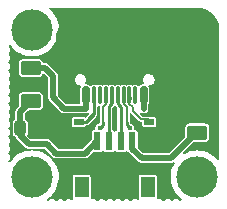
<source format=gtl>
G04 #@! TF.GenerationSoftware,KiCad,Pcbnew,(5.99.0-8748-g0125986588)*
G04 #@! TF.CreationDate,2021-05-21T22:54:23+03:00*
G04 #@! TF.ProjectId,Unified-Daughterboard,556e6966-6965-4642-9d44-617567687465,C3*
G04 #@! TF.SameCoordinates,Original*
G04 #@! TF.FileFunction,Copper,L1,Top*
G04 #@! TF.FilePolarity,Positive*
%FSLAX46Y46*%
G04 Gerber Fmt 4.6, Leading zero omitted, Abs format (unit mm)*
G04 Created by KiCad (PCBNEW (5.99.0-8748-g0125986588)) date 2021-05-21 22:54:23*
%MOMM*%
%LPD*%
G01*
G04 APERTURE LIST*
G04 Aperture macros list*
%AMRoundRect*
0 Rectangle with rounded corners*
0 $1 Rounding radius*
0 $2 $3 $4 $5 $6 $7 $8 $9 X,Y pos of 4 corners*
0 Add a 4 corners polygon primitive as box body*
4,1,4,$2,$3,$4,$5,$6,$7,$8,$9,$2,$3,0*
0 Add four circle primitives for the rounded corners*
1,1,$1+$1,$2,$3*
1,1,$1+$1,$4,$5*
1,1,$1+$1,$6,$7*
1,1,$1+$1,$8,$9*
0 Add four rect primitives between the rounded corners*
20,1,$1+$1,$2,$3,$4,$5,0*
20,1,$1+$1,$4,$5,$6,$7,0*
20,1,$1+$1,$6,$7,$8,$9,0*
20,1,$1+$1,$8,$9,$2,$3,0*%
G04 Aperture macros list end*
G04 #@! TA.AperFunction,SMDPad,CuDef*
%ADD10RoundRect,0.125000X0.000000X-0.150000X0.000000X-0.150000X0.000000X0.150000X0.000000X0.150000X0*%
G04 #@! TD*
G04 #@! TA.AperFunction,SMDPad,CuDef*
%ADD11R,0.250000X0.550000*%
G04 #@! TD*
G04 #@! TA.AperFunction,SMDPad,CuDef*
%ADD12R,0.300000X0.550000*%
G04 #@! TD*
G04 #@! TA.AperFunction,SMDPad,CuDef*
%ADD13RoundRect,0.250000X0.625000X-0.375000X0.625000X0.375000X-0.625000X0.375000X-0.625000X-0.375000X0*%
G04 #@! TD*
G04 #@! TA.AperFunction,SMDPad,CuDef*
%ADD14R,0.900000X0.500000*%
G04 #@! TD*
G04 #@! TA.AperFunction,SMDPad,CuDef*
%ADD15RoundRect,0.250000X-0.625000X0.375000X-0.625000X-0.375000X0.625000X-0.375000X0.625000X0.375000X0*%
G04 #@! TD*
G04 #@! TA.AperFunction,SMDPad,CuDef*
%ADD16RoundRect,0.250000X0.250000X0.350000X-0.250000X0.350000X-0.250000X-0.350000X0.250000X-0.350000X0*%
G04 #@! TD*
G04 #@! TA.AperFunction,ComponentPad*
%ADD17O,1.100000X2.200000*%
G04 #@! TD*
G04 #@! TA.AperFunction,ComponentPad*
%ADD18O,1.300000X1.900000*%
G04 #@! TD*
G04 #@! TA.AperFunction,SMDPad,CuDef*
%ADD19RoundRect,0.150000X0.150000X0.575000X-0.150000X0.575000X-0.150000X-0.575000X0.150000X-0.575000X0*%
G04 #@! TD*
G04 #@! TA.AperFunction,SMDPad,CuDef*
%ADD20RoundRect,0.075000X0.075000X0.650000X-0.075000X0.650000X-0.075000X-0.650000X0.075000X-0.650000X0*%
G04 #@! TD*
G04 #@! TA.AperFunction,WasherPad*
%ADD21C,3.500001*%
G04 #@! TD*
G04 #@! TA.AperFunction,ComponentPad*
%ADD22C,3.500001*%
G04 #@! TD*
G04 #@! TA.AperFunction,SMDPad,CuDef*
%ADD23R,0.600000X1.550000*%
G04 #@! TD*
G04 #@! TA.AperFunction,SMDPad,CuDef*
%ADD24R,1.200000X1.800000*%
G04 #@! TD*
G04 #@! TA.AperFunction,ViaPad*
%ADD25C,0.450000*%
G04 #@! TD*
G04 #@! TA.AperFunction,ViaPad*
%ADD26C,0.508000*%
G04 #@! TD*
G04 #@! TA.AperFunction,Conductor*
%ADD27C,0.508000*%
G04 #@! TD*
G04 #@! TA.AperFunction,Conductor*
%ADD28C,0.254000*%
G04 #@! TD*
G04 #@! TA.AperFunction,Conductor*
%ADD29C,0.152400*%
G04 #@! TD*
G04 APERTURE END LIST*
D10*
X74002500Y-66411400D03*
D11*
X74502500Y-66411400D03*
D12*
X75002500Y-66411400D03*
D11*
X75502500Y-66411400D03*
X76002500Y-66411400D03*
X74502500Y-65641400D03*
X76002500Y-65641400D03*
X75502500Y-65641400D03*
X74002500Y-65641400D03*
D12*
X75002500Y-65641400D03*
D13*
X81987500Y-64474000D03*
X81987500Y-67274000D03*
D14*
X71954500Y-66379000D03*
X71954500Y-67879000D03*
D15*
X67890500Y-64607000D03*
X67890500Y-61807000D03*
D16*
X70302500Y-66890000D03*
X67002500Y-66890000D03*
D17*
X70702500Y-63343000D03*
D18*
X70702500Y-59143000D03*
X79302500Y-59143000D03*
D19*
X78252500Y-64118000D03*
D20*
X76752500Y-64118000D03*
X76252500Y-64118000D03*
X75752500Y-64118000D03*
X75256500Y-64118000D03*
X73252500Y-64118000D03*
X73752500Y-64118000D03*
X74252500Y-64118000D03*
X74752500Y-64118000D03*
D17*
X79302500Y-63343000D03*
D19*
X77452500Y-64118000D03*
X71752500Y-64118000D03*
X72552500Y-64118000D03*
D21*
X68004500Y-58543000D03*
D22*
X82004500Y-58543000D03*
D21*
X68004500Y-71043000D03*
X82004500Y-71043000D03*
D23*
X75504500Y-68018000D03*
X76504500Y-68018000D03*
X74504500Y-68018000D03*
X73504500Y-68018000D03*
D24*
X72204500Y-71893000D03*
X77804500Y-71893000D03*
D14*
X77923500Y-67879000D03*
X77923500Y-66379000D03*
D25*
X75002500Y-66026400D03*
X73732500Y-66890000D03*
D26*
X75502500Y-68016000D03*
D25*
X76272500Y-66890000D03*
D26*
X74504500Y-68018000D03*
X72552500Y-65239000D03*
X77452500Y-65239000D03*
D27*
X76504500Y-68018000D02*
X76504500Y-68646000D01*
X76504500Y-68646000D02*
X77288500Y-69430000D01*
X77288500Y-69430000D02*
X79755300Y-69430000D01*
X79755300Y-69430000D02*
X81987500Y-67197800D01*
X68596000Y-68215500D02*
X69231000Y-68215500D01*
X68074000Y-68215500D02*
X68596000Y-68215500D01*
X67002500Y-67511000D02*
X67707000Y-68215500D01*
X67707000Y-68215500D02*
X68596000Y-68215500D01*
X67002500Y-66890000D02*
X67002500Y-67511000D01*
X67002500Y-66890000D02*
X67002500Y-65495000D01*
X67002500Y-65495000D02*
X67890500Y-64607000D01*
X69231000Y-68215500D02*
X70064500Y-69049000D01*
X70064500Y-69049000D02*
X72473500Y-69049000D01*
X71105900Y-69049000D02*
X72473500Y-69049000D01*
X71105900Y-69049000D02*
X70369300Y-69049000D01*
X73504500Y-68018000D02*
X73504500Y-68018000D01*
X73504500Y-67814000D02*
X73504500Y-68018000D01*
X72473500Y-69049000D02*
X73504500Y-68018000D01*
X67129500Y-65368000D02*
X67890500Y-64607000D01*
X79324500Y-59143000D02*
X79324500Y-59283000D01*
D28*
X76254500Y-64389000D02*
X76231501Y-64411999D01*
X76254500Y-64238000D02*
X76254500Y-64389000D01*
D29*
X76526500Y-65114445D02*
X76252500Y-64840445D01*
X76526500Y-65404800D02*
X76526500Y-65114445D01*
X77923500Y-66140000D02*
X77261700Y-66140000D01*
X76252500Y-64840445D02*
X76252500Y-63568000D01*
X77261700Y-66140000D02*
X76526500Y-65404800D01*
D28*
X75504500Y-68018000D02*
X75504500Y-68018000D01*
D29*
X74252500Y-64838828D02*
X74252500Y-63568000D01*
X74002500Y-65088828D02*
X74252500Y-64838828D01*
X74002500Y-66411400D02*
X74002500Y-65088828D01*
X75502500Y-66411400D02*
X75502500Y-65088828D01*
D28*
X74002500Y-66620000D02*
X73732500Y-66890000D01*
X74002500Y-66411400D02*
X74002500Y-66620000D01*
X75502500Y-66890000D02*
X75502500Y-65641400D01*
X75502500Y-66890000D02*
X75502500Y-65088828D01*
X75256500Y-64842828D02*
X75502500Y-65088828D01*
X75256500Y-63568000D02*
X75256500Y-64842828D01*
X75502500Y-66890000D02*
X75502500Y-66411400D01*
X75502500Y-68016000D02*
X75504500Y-68018000D01*
X75502500Y-66890000D02*
X75502500Y-68016000D01*
X73252500Y-65704000D02*
X72577500Y-66379000D01*
X72577500Y-66379000D02*
X71954500Y-66379000D01*
X73252500Y-63568000D02*
X73252500Y-65704000D01*
D29*
X73252500Y-63568000D02*
X73252500Y-65595000D01*
X72834500Y-66013000D02*
X73252500Y-65595000D01*
X74502500Y-66411400D02*
X74502500Y-65088828D01*
X75752500Y-64838828D02*
X75752500Y-63568000D01*
X76002500Y-65088828D02*
X75752500Y-64838828D01*
X76002500Y-66411400D02*
X76002500Y-65088828D01*
D28*
X76002500Y-66620000D02*
X76272500Y-66890000D01*
X76002500Y-66411400D02*
X76002500Y-66620000D01*
X74502500Y-66890000D02*
X74502500Y-65088828D01*
X74752500Y-64807432D02*
X74752500Y-63568000D01*
X74502500Y-65057432D02*
X74752500Y-64807432D01*
X74502500Y-65088828D02*
X74502500Y-65057432D01*
X74502500Y-66890000D02*
X74502500Y-66411400D01*
X74504500Y-66892000D02*
X74502500Y-66890000D01*
X74504500Y-68018000D02*
X74504500Y-66892000D01*
D27*
X69771490Y-64278636D02*
X69771490Y-62454010D01*
X67890500Y-61807000D02*
X69124480Y-61807000D01*
X69124480Y-61807000D02*
X69771490Y-62454010D01*
X72552500Y-65239000D02*
X70731854Y-65239000D01*
X70731854Y-65239000D02*
X69771490Y-64278636D01*
X77452500Y-63568000D02*
X77452500Y-64895480D01*
X72552500Y-63568000D02*
X72552500Y-64895480D01*
X72552500Y-64895480D02*
X72552500Y-65239000D01*
X77452500Y-64895480D02*
X77452500Y-65239000D01*
X68004500Y-71043000D02*
X68004500Y-70950000D01*
G04 #@! TA.AperFunction,Conductor*
G36*
X81977046Y-56698329D02*
G01*
X81982976Y-56700034D01*
X81987899Y-56700124D01*
X81987901Y-56700124D01*
X82089488Y-56701974D01*
X82093484Y-56702154D01*
X82163863Y-56707188D01*
X82169200Y-56707761D01*
X82280822Y-56723810D01*
X82363537Y-56735702D01*
X82368806Y-56736654D01*
X82382111Y-56739548D01*
X82423498Y-56748552D01*
X82428698Y-56749879D01*
X82617070Y-56805189D01*
X82622164Y-56806884D01*
X82674614Y-56826447D01*
X82679573Y-56828502D01*
X82858167Y-56910063D01*
X82862968Y-56912466D01*
X82912063Y-56939274D01*
X82916679Y-56942013D01*
X83081853Y-57048163D01*
X83086263Y-57051225D01*
X83131077Y-57084773D01*
X83135256Y-57088140D01*
X83283626Y-57216702D01*
X83287555Y-57220361D01*
X83327148Y-57259954D01*
X83330806Y-57263883D01*
X83459354Y-57412236D01*
X83462722Y-57416415D01*
X83496277Y-57461238D01*
X83499339Y-57465648D01*
X83605475Y-57630800D01*
X83608214Y-57635416D01*
X83635037Y-57684538D01*
X83637440Y-57689339D01*
X83718998Y-57867928D01*
X83721053Y-57872887D01*
X83740613Y-57925329D01*
X83742308Y-57930423D01*
X83797622Y-58118804D01*
X83798949Y-58124004D01*
X83810848Y-58178704D01*
X83811799Y-58183969D01*
X83839739Y-58378300D01*
X83840312Y-58383637D01*
X83845346Y-58454016D01*
X83845526Y-58458012D01*
X83847362Y-58558792D01*
X83847466Y-58564525D01*
X83849171Y-58570453D01*
X83852100Y-58591236D01*
X83852100Y-69524031D01*
X83834507Y-69572369D01*
X83789958Y-69598089D01*
X83739300Y-69589156D01*
X83720840Y-69574154D01*
X83589852Y-69427652D01*
X83589851Y-69427651D01*
X83588188Y-69425791D01*
X83578903Y-69417833D01*
X83362285Y-69232169D01*
X83362283Y-69232168D01*
X83360390Y-69230545D01*
X83358299Y-69229187D01*
X83110859Y-69068497D01*
X83110852Y-69068493D01*
X83108770Y-69067141D01*
X83106521Y-69066073D01*
X82839998Y-68939518D01*
X82839993Y-68939516D01*
X82837750Y-68938451D01*
X82835384Y-68937691D01*
X82835378Y-68937689D01*
X82554474Y-68847501D01*
X82554468Y-68847500D01*
X82552090Y-68846736D01*
X82549628Y-68846293D01*
X82549624Y-68846292D01*
X82259275Y-68794049D01*
X82259267Y-68794048D01*
X82256810Y-68793606D01*
X81957097Y-68779996D01*
X81732702Y-68799628D01*
X81660707Y-68805927D01*
X81660705Y-68805927D01*
X81658217Y-68806145D01*
X81365420Y-68871593D01*
X81193721Y-68934766D01*
X81086186Y-68974331D01*
X81086183Y-68974332D01*
X81083852Y-68975190D01*
X81081654Y-68976349D01*
X81081641Y-68976355D01*
X80892725Y-69075959D01*
X80841761Y-69082941D01*
X80798233Y-69055530D01*
X80782508Y-69006552D01*
X80804479Y-68956265D01*
X81686817Y-68073926D01*
X81733437Y-68052186D01*
X81739991Y-68051900D01*
X82644069Y-68051900D01*
X82646985Y-68051438D01*
X82646987Y-68051438D01*
X82732701Y-68037862D01*
X82738548Y-68036936D01*
X82852258Y-67978998D01*
X82942498Y-67888758D01*
X82945589Y-67882693D01*
X82983340Y-67808600D01*
X83000436Y-67775048D01*
X83012639Y-67697999D01*
X83014938Y-67683487D01*
X83014938Y-67683485D01*
X83015400Y-67680569D01*
X83015400Y-66867431D01*
X83009473Y-66830006D01*
X83002531Y-66786179D01*
X83000436Y-66772952D01*
X82958184Y-66690027D01*
X82945187Y-66664519D01*
X82945186Y-66664518D01*
X82942498Y-66659242D01*
X82852258Y-66569002D01*
X82839592Y-66562548D01*
X82789635Y-66537094D01*
X82738548Y-66511064D01*
X82694339Y-66504062D01*
X82646987Y-66496562D01*
X82646985Y-66496562D01*
X82644069Y-66496100D01*
X81330931Y-66496100D01*
X81328015Y-66496562D01*
X81328013Y-66496562D01*
X81280661Y-66504062D01*
X81236452Y-66511064D01*
X81185365Y-66537094D01*
X81135409Y-66562548D01*
X81122742Y-66569002D01*
X81032502Y-66659242D01*
X81029814Y-66664518D01*
X81029813Y-66664519D01*
X81016816Y-66690027D01*
X80974564Y-66772952D01*
X80972469Y-66786179D01*
X80965528Y-66830006D01*
X80959600Y-66867431D01*
X80959600Y-67619109D01*
X80942007Y-67667447D01*
X80937574Y-67672283D01*
X79608782Y-69001074D01*
X79562162Y-69022814D01*
X79555608Y-69023100D01*
X77488191Y-69023100D01*
X77439853Y-69005507D01*
X77435017Y-69001074D01*
X76984426Y-68550482D01*
X76962686Y-68503862D01*
X76962400Y-68497308D01*
X76962400Y-67243000D01*
X76961238Y-67237154D01*
X76951826Y-67189839D01*
X76950381Y-67182574D01*
X76916152Y-67131348D01*
X76864926Y-67097119D01*
X76853336Y-67094814D01*
X76808127Y-67085821D01*
X76808123Y-67085821D01*
X76804500Y-67085100D01*
X76710997Y-67085100D01*
X76662659Y-67067507D01*
X76636939Y-67022958D01*
X76637021Y-66996389D01*
X76654769Y-66899213D01*
X76654769Y-66899210D01*
X76655353Y-66896014D01*
X76655400Y-66890000D01*
X76642207Y-66810736D01*
X76635777Y-66772104D01*
X76635776Y-66772102D01*
X76634756Y-66765972D01*
X76599514Y-66700657D01*
X76578001Y-66660787D01*
X76575050Y-66655318D01*
X76482721Y-66569969D01*
X76367723Y-66519130D01*
X76361532Y-66518594D01*
X76361529Y-66518593D01*
X76354111Y-66517950D01*
X76307472Y-66496252D01*
X76285692Y-66449650D01*
X76285400Y-66443031D01*
X76285400Y-66136400D01*
X76284664Y-66132697D01*
X76274826Y-66083239D01*
X76273381Y-66075974D01*
X76268173Y-66068180D01*
X76267573Y-66065728D01*
X76266431Y-66062971D01*
X76266855Y-66062795D01*
X76255946Y-66018215D01*
X76268173Y-65984620D01*
X76269266Y-65982984D01*
X76273381Y-65976826D01*
X76281371Y-65936658D01*
X76284679Y-65920027D01*
X76284679Y-65920023D01*
X76285400Y-65916400D01*
X76285400Y-65669245D01*
X76302993Y-65620907D01*
X76347542Y-65595187D01*
X76398200Y-65604120D01*
X76413774Y-65616071D01*
X77095614Y-66297911D01*
X77098325Y-66300766D01*
X77124099Y-66329391D01*
X77146698Y-66339453D01*
X77157059Y-66345079D01*
X77171175Y-66354246D01*
X77171179Y-66354248D01*
X77177806Y-66358551D01*
X77186324Y-66359900D01*
X77205149Y-66365476D01*
X77213028Y-66368984D01*
X77214132Y-66369100D01*
X77238493Y-66369100D01*
X77250255Y-66370026D01*
X77252162Y-66370328D01*
X77297153Y-66395265D01*
X77315600Y-66444602D01*
X77315600Y-66629000D01*
X77316321Y-66632623D01*
X77316321Y-66632627D01*
X77322015Y-66661252D01*
X77327619Y-66689426D01*
X77361848Y-66740652D01*
X77413074Y-66774881D01*
X77420339Y-66776326D01*
X77469873Y-66786179D01*
X77469877Y-66786179D01*
X77473500Y-66786900D01*
X78373500Y-66786900D01*
X78377123Y-66786179D01*
X78377127Y-66786179D01*
X78426661Y-66776326D01*
X78433926Y-66774881D01*
X78485152Y-66740652D01*
X78519381Y-66689426D01*
X78524985Y-66661252D01*
X78530679Y-66632627D01*
X78530679Y-66632623D01*
X78531400Y-66629000D01*
X78531400Y-66129000D01*
X78529949Y-66121701D01*
X78520826Y-66075839D01*
X78519381Y-66068574D01*
X78485152Y-66017348D01*
X78433926Y-65983119D01*
X78422336Y-65980814D01*
X78377127Y-65971821D01*
X78377123Y-65971821D01*
X78373500Y-65971100D01*
X78110942Y-65971100D01*
X78066740Y-65956737D01*
X78066389Y-65956482D01*
X78061101Y-65950609D01*
X77972172Y-65911016D01*
X77971068Y-65910900D01*
X77387744Y-65910900D01*
X77339406Y-65893307D01*
X77334570Y-65888874D01*
X77153723Y-65708027D01*
X77131983Y-65661407D01*
X77145297Y-65611720D01*
X77187434Y-65582215D01*
X77241037Y-65587849D01*
X77305918Y-65620907D01*
X77325216Y-65630740D01*
X77452500Y-65650900D01*
X77579784Y-65630740D01*
X77675020Y-65582215D01*
X77689332Y-65574923D01*
X77689333Y-65574922D01*
X77694609Y-65572234D01*
X77785734Y-65481109D01*
X77791377Y-65470035D01*
X77834609Y-65385186D01*
X77844240Y-65366284D01*
X77859400Y-65270568D01*
X77864400Y-65239000D01*
X77860326Y-65213278D01*
X77859400Y-65201514D01*
X77859400Y-64880582D01*
X77871782Y-64843846D01*
X77870247Y-64843074D01*
X77873366Y-64836872D01*
X77877569Y-64831345D01*
X77905400Y-64735239D01*
X77905400Y-63516154D01*
X77889756Y-63432157D01*
X77869395Y-63399124D01*
X77860916Y-63385369D01*
X77850529Y-63334989D01*
X77874956Y-63289719D01*
X77926309Y-63270723D01*
X77946824Y-63271099D01*
X77946826Y-63271099D01*
X77952187Y-63271197D01*
X77957358Y-63269787D01*
X77957360Y-63269787D01*
X78063606Y-63240821D01*
X78084283Y-63235184D01*
X78200961Y-63163543D01*
X78204553Y-63159575D01*
X78204555Y-63159573D01*
X78289247Y-63066006D01*
X78289248Y-63066005D01*
X78292842Y-63062034D01*
X78300038Y-63047183D01*
X78350203Y-62943641D01*
X78352540Y-62938818D01*
X78375256Y-62803798D01*
X78375311Y-62799346D01*
X78375365Y-62794901D01*
X78375365Y-62794896D01*
X78375400Y-62792000D01*
X78373798Y-62780810D01*
X78356749Y-62661764D01*
X78356748Y-62661762D01*
X78355990Y-62656466D01*
X78299320Y-62531828D01*
X78249638Y-62474168D01*
X78213442Y-62432160D01*
X78213441Y-62432159D01*
X78209947Y-62428104D01*
X78201212Y-62422442D01*
X78099546Y-62356546D01*
X78099545Y-62356546D01*
X78095053Y-62353634D01*
X78024630Y-62332573D01*
X77969011Y-62315939D01*
X77969008Y-62315939D01*
X77963877Y-62314404D01*
X77958522Y-62314371D01*
X77958520Y-62314371D01*
X77897350Y-62313998D01*
X77826963Y-62313568D01*
X77695317Y-62351192D01*
X77579523Y-62424253D01*
X77575978Y-62428266D01*
X77575979Y-62428266D01*
X77492435Y-62522861D01*
X77492433Y-62522865D01*
X77488889Y-62526877D01*
X77430700Y-62650814D01*
X77409636Y-62786100D01*
X77410330Y-62791407D01*
X77410330Y-62791410D01*
X77410787Y-62794901D01*
X77427389Y-62921861D01*
X77482532Y-63047183D01*
X77482854Y-63047566D01*
X77493045Y-63095931D01*
X77468815Y-63141307D01*
X77430360Y-63159607D01*
X77325216Y-63176260D01*
X77264061Y-63207420D01*
X77220813Y-63229456D01*
X77210391Y-63234766D01*
X77192032Y-63253125D01*
X77178318Y-63263966D01*
X77095677Y-63314906D01*
X77095373Y-63314413D01*
X77052727Y-63331814D01*
X77003750Y-63316086D01*
X76996670Y-63309843D01*
X76996299Y-63309472D01*
X76992185Y-63303315D01*
X76916627Y-63252828D01*
X76909363Y-63251383D01*
X76909360Y-63251382D01*
X76856264Y-63240821D01*
X76856260Y-63240821D01*
X76852637Y-63240100D01*
X76652363Y-63240100D01*
X76648740Y-63240821D01*
X76648736Y-63240821D01*
X76595640Y-63251382D01*
X76595637Y-63251383D01*
X76588373Y-63252828D01*
X76554824Y-63275245D01*
X76544279Y-63282291D01*
X76494314Y-63294518D01*
X76460721Y-63282291D01*
X76450176Y-63275245D01*
X76416627Y-63252828D01*
X76409363Y-63251383D01*
X76409360Y-63251382D01*
X76356264Y-63240821D01*
X76356260Y-63240821D01*
X76352637Y-63240100D01*
X76152363Y-63240100D01*
X76148740Y-63240821D01*
X76148736Y-63240821D01*
X76095640Y-63251382D01*
X76095637Y-63251383D01*
X76088373Y-63252828D01*
X76054824Y-63275245D01*
X76044279Y-63282291D01*
X75994314Y-63294518D01*
X75960721Y-63282291D01*
X75950176Y-63275245D01*
X75916627Y-63252828D01*
X75909363Y-63251383D01*
X75909360Y-63251382D01*
X75856264Y-63240821D01*
X75856260Y-63240821D01*
X75852637Y-63240100D01*
X75652363Y-63240100D01*
X75648740Y-63240821D01*
X75648736Y-63240821D01*
X75595640Y-63251382D01*
X75595637Y-63251383D01*
X75588373Y-63252828D01*
X75546278Y-63280956D01*
X75496314Y-63293182D01*
X75462723Y-63280956D01*
X75420627Y-63252828D01*
X75413363Y-63251383D01*
X75413360Y-63251382D01*
X75360264Y-63240821D01*
X75360260Y-63240821D01*
X75356637Y-63240100D01*
X75156363Y-63240100D01*
X75152740Y-63240821D01*
X75152736Y-63240821D01*
X75099640Y-63251382D01*
X75099637Y-63251383D01*
X75092373Y-63252828D01*
X75046278Y-63283628D01*
X74996313Y-63295854D01*
X74962723Y-63283629D01*
X74916627Y-63252828D01*
X74909363Y-63251383D01*
X74909360Y-63251382D01*
X74856264Y-63240821D01*
X74856260Y-63240821D01*
X74852637Y-63240100D01*
X74652363Y-63240100D01*
X74648740Y-63240821D01*
X74648736Y-63240821D01*
X74595640Y-63251382D01*
X74595637Y-63251383D01*
X74588373Y-63252828D01*
X74554824Y-63275245D01*
X74544279Y-63282291D01*
X74494314Y-63294518D01*
X74460721Y-63282291D01*
X74450176Y-63275245D01*
X74416627Y-63252828D01*
X74409363Y-63251383D01*
X74409360Y-63251382D01*
X74356264Y-63240821D01*
X74356260Y-63240821D01*
X74352637Y-63240100D01*
X74152363Y-63240100D01*
X74148740Y-63240821D01*
X74148736Y-63240821D01*
X74095640Y-63251382D01*
X74095637Y-63251383D01*
X74088373Y-63252828D01*
X74054824Y-63275245D01*
X74044279Y-63282291D01*
X73994314Y-63294518D01*
X73960721Y-63282291D01*
X73950176Y-63275245D01*
X73916627Y-63252828D01*
X73909363Y-63251383D01*
X73909360Y-63251382D01*
X73856264Y-63240821D01*
X73856260Y-63240821D01*
X73852637Y-63240100D01*
X73652363Y-63240100D01*
X73648740Y-63240821D01*
X73648736Y-63240821D01*
X73595640Y-63251382D01*
X73595637Y-63251383D01*
X73588373Y-63252828D01*
X73554824Y-63275245D01*
X73544279Y-63282291D01*
X73494314Y-63294518D01*
X73460721Y-63282291D01*
X73450176Y-63275245D01*
X73416627Y-63252828D01*
X73409363Y-63251383D01*
X73409360Y-63251382D01*
X73356264Y-63240821D01*
X73356260Y-63240821D01*
X73352637Y-63240100D01*
X73152363Y-63240100D01*
X73148740Y-63240821D01*
X73148736Y-63240821D01*
X73095640Y-63251382D01*
X73095637Y-63251383D01*
X73088373Y-63252828D01*
X73012815Y-63303315D01*
X73008701Y-63309472D01*
X73006221Y-63311952D01*
X72959601Y-63333692D01*
X72907529Y-63318638D01*
X72846369Y-63272131D01*
X72846367Y-63272130D01*
X72840845Y-63267931D01*
X72834179Y-63266001D01*
X72828232Y-63263010D01*
X72808845Y-63249002D01*
X72794609Y-63234766D01*
X72784188Y-63229456D01*
X72740939Y-63207420D01*
X72679784Y-63176260D01*
X72596361Y-63163047D01*
X72573443Y-63159417D01*
X72528453Y-63134479D01*
X72510018Y-63086455D01*
X72517532Y-63052354D01*
X72526234Y-63034393D01*
X72572540Y-62938818D01*
X72595256Y-62803798D01*
X72595311Y-62799346D01*
X72595365Y-62794901D01*
X72595365Y-62794896D01*
X72595400Y-62792000D01*
X72593798Y-62780810D01*
X72576749Y-62661764D01*
X72576748Y-62661762D01*
X72575990Y-62656466D01*
X72519320Y-62531828D01*
X72469638Y-62474168D01*
X72433442Y-62432160D01*
X72433441Y-62432159D01*
X72429947Y-62428104D01*
X72421212Y-62422442D01*
X72319546Y-62356546D01*
X72319545Y-62356546D01*
X72315053Y-62353634D01*
X72244630Y-62332573D01*
X72189011Y-62315939D01*
X72189008Y-62315939D01*
X72183877Y-62314404D01*
X72178522Y-62314371D01*
X72178520Y-62314371D01*
X72117350Y-62313998D01*
X72046963Y-62313568D01*
X71915317Y-62351192D01*
X71799523Y-62424253D01*
X71795978Y-62428266D01*
X71795979Y-62428266D01*
X71712435Y-62522861D01*
X71712433Y-62522865D01*
X71708889Y-62526877D01*
X71650700Y-62650814D01*
X71629636Y-62786100D01*
X71630330Y-62791407D01*
X71630330Y-62791410D01*
X71630787Y-62794901D01*
X71647389Y-62921861D01*
X71702532Y-63047183D01*
X71790631Y-63151990D01*
X71795090Y-63154958D01*
X71795091Y-63154959D01*
X71900145Y-63224889D01*
X71900148Y-63224890D01*
X71904606Y-63227858D01*
X72035293Y-63268688D01*
X72079932Y-63269506D01*
X72127939Y-63287982D01*
X72152838Y-63332994D01*
X72142979Y-63383480D01*
X72138414Y-63390210D01*
X72131636Y-63399124D01*
X72131634Y-63399127D01*
X72127431Y-63404655D01*
X72099600Y-63500761D01*
X72099600Y-64719846D01*
X72103322Y-64739826D01*
X72103937Y-64743130D01*
X72095492Y-64793872D01*
X72056406Y-64827314D01*
X72030008Y-64832100D01*
X70931546Y-64832100D01*
X70883208Y-64814507D01*
X70878372Y-64810074D01*
X70200416Y-64132118D01*
X70178676Y-64085498D01*
X70178390Y-64078944D01*
X70178390Y-62422442D01*
X70178343Y-62422144D01*
X70178319Y-62421540D01*
X70178319Y-62389575D01*
X70170126Y-62364361D01*
X70167375Y-62352898D01*
X70165808Y-62343000D01*
X70163230Y-62326726D01*
X70151197Y-62303111D01*
X70146684Y-62292215D01*
X70140323Y-62272637D01*
X70138495Y-62267011D01*
X70134932Y-62262107D01*
X70122921Y-62245574D01*
X70116755Y-62235513D01*
X70107413Y-62217178D01*
X70107412Y-62217177D01*
X70104724Y-62211901D01*
X70082119Y-62189296D01*
X70081710Y-62188854D01*
X70081533Y-62188610D01*
X69389880Y-61496956D01*
X69389634Y-61496777D01*
X69389188Y-61496365D01*
X69366589Y-61473766D01*
X69342974Y-61461734D01*
X69332917Y-61455571D01*
X69316265Y-61443472D01*
X69316264Y-61443471D01*
X69311479Y-61439995D01*
X69286274Y-61431806D01*
X69275379Y-61427293D01*
X69251764Y-61415260D01*
X69225589Y-61411114D01*
X69214129Y-61408364D01*
X69188915Y-61400171D01*
X69156950Y-61400171D01*
X69156346Y-61400147D01*
X69156048Y-61400100D01*
X68982574Y-61400100D01*
X68934236Y-61382507D01*
X68908300Y-61336663D01*
X68904362Y-61311799D01*
X68903436Y-61305952D01*
X68845498Y-61192242D01*
X68755258Y-61102002D01*
X68641548Y-61044064D01*
X68609336Y-61038962D01*
X68549987Y-61029562D01*
X68549985Y-61029562D01*
X68547069Y-61029100D01*
X67233931Y-61029100D01*
X67231015Y-61029562D01*
X67231013Y-61029562D01*
X67171664Y-61038962D01*
X67139452Y-61044064D01*
X67025742Y-61102002D01*
X66935502Y-61192242D01*
X66877564Y-61305952D01*
X66862600Y-61400431D01*
X66862600Y-62213569D01*
X66863062Y-62216485D01*
X66863062Y-62216487D01*
X66866911Y-62240787D01*
X66877564Y-62308048D01*
X66935502Y-62421758D01*
X67025742Y-62511998D01*
X67031018Y-62514686D01*
X67031019Y-62514687D01*
X67064661Y-62531828D01*
X67139452Y-62569936D01*
X67145299Y-62570862D01*
X67231013Y-62584438D01*
X67231015Y-62584438D01*
X67233931Y-62584900D01*
X68547069Y-62584900D01*
X68549985Y-62584438D01*
X68549987Y-62584438D01*
X68635701Y-62570862D01*
X68641548Y-62569936D01*
X68716339Y-62531828D01*
X68749981Y-62514687D01*
X68749982Y-62514686D01*
X68755258Y-62511998D01*
X68845498Y-62421758D01*
X68880991Y-62352100D01*
X68903436Y-62308048D01*
X68904465Y-62308572D01*
X68932416Y-62272800D01*
X68982733Y-62262107D01*
X69025436Y-62283400D01*
X69163433Y-62421396D01*
X69342564Y-62600527D01*
X69364304Y-62647147D01*
X69364590Y-62653701D01*
X69364590Y-64310204D01*
X69364637Y-64310502D01*
X69364661Y-64311106D01*
X69364661Y-64343071D01*
X69372854Y-64368285D01*
X69375604Y-64379745D01*
X69379750Y-64405920D01*
X69391783Y-64429535D01*
X69396296Y-64440430D01*
X69404485Y-64465635D01*
X69407961Y-64470420D01*
X69407962Y-64470421D01*
X69420061Y-64487073D01*
X69426224Y-64497130D01*
X69438256Y-64520745D01*
X69460855Y-64543344D01*
X69461267Y-64543790D01*
X69461446Y-64544036D01*
X70466454Y-65549044D01*
X70466700Y-65549223D01*
X70467146Y-65549635D01*
X70489745Y-65572234D01*
X70495021Y-65574922D01*
X70495022Y-65574923D01*
X70513359Y-65584266D01*
X70523420Y-65590432D01*
X70544856Y-65606006D01*
X70570056Y-65614194D01*
X70580956Y-65618709D01*
X70599293Y-65628052D01*
X70599297Y-65628053D01*
X70604570Y-65630740D01*
X70616179Y-65632579D01*
X70630738Y-65634885D01*
X70642210Y-65637639D01*
X70660551Y-65643597D01*
X70667419Y-65645829D01*
X70699384Y-65645829D01*
X70699988Y-65645853D01*
X70700286Y-65645900D01*
X72515014Y-65645900D01*
X72526779Y-65646826D01*
X72552500Y-65650900D01*
X72558346Y-65649974D01*
X72578222Y-65646826D01*
X72584068Y-65645900D01*
X72584517Y-65645829D01*
X72679784Y-65630740D01*
X72690969Y-65625041D01*
X72742024Y-65618771D01*
X72785166Y-65646786D01*
X72800207Y-65695977D01*
X72778285Y-65745218D01*
X72710834Y-65812670D01*
X72655869Y-65867635D01*
X72615949Y-65929106D01*
X72614735Y-65936774D01*
X72597779Y-65962883D01*
X72576074Y-65984588D01*
X72529454Y-66006328D01*
X72481120Y-65993940D01*
X72471084Y-65987234D01*
X72471085Y-65987234D01*
X72464926Y-65983119D01*
X72453336Y-65980814D01*
X72408127Y-65971821D01*
X72408123Y-65971821D01*
X72404500Y-65971100D01*
X71504500Y-65971100D01*
X71500877Y-65971821D01*
X71500873Y-65971821D01*
X71455664Y-65980814D01*
X71444074Y-65983119D01*
X71392848Y-66017348D01*
X71358619Y-66068574D01*
X71357174Y-66075839D01*
X71348052Y-66121701D01*
X71346600Y-66129000D01*
X71346600Y-66629000D01*
X71347321Y-66632623D01*
X71347321Y-66632627D01*
X71353015Y-66661252D01*
X71358619Y-66689426D01*
X71392848Y-66740652D01*
X71444074Y-66774881D01*
X71451339Y-66776326D01*
X71500873Y-66786179D01*
X71500877Y-66786179D01*
X71504500Y-66786900D01*
X72404500Y-66786900D01*
X72408123Y-66786179D01*
X72408127Y-66786179D01*
X72457661Y-66776326D01*
X72464926Y-66774881D01*
X72516152Y-66740652D01*
X72542325Y-66701483D01*
X72548883Y-66691668D01*
X72590367Y-66661252D01*
X72602740Y-66658900D01*
X72604346Y-66658900D01*
X72607747Y-66658266D01*
X72607902Y-66658252D01*
X72611998Y-66657986D01*
X72615354Y-66657860D01*
X72640134Y-66656930D01*
X72651739Y-66651944D01*
X72667650Y-66647110D01*
X72680063Y-66644798D01*
X72702259Y-66631117D01*
X72712032Y-66626040D01*
X72731107Y-66617845D01*
X72731110Y-66617843D01*
X72735989Y-66615747D01*
X72739362Y-66612976D01*
X72745469Y-66606869D01*
X72759183Y-66596028D01*
X72762962Y-66593699D01*
X72762963Y-66593698D01*
X72768873Y-66590055D01*
X72786708Y-66566601D01*
X72793393Y-66558945D01*
X73413926Y-65938412D01*
X73418104Y-65934806D01*
X73422364Y-65932723D01*
X73456654Y-65895758D01*
X73458611Y-65893727D01*
X73469402Y-65882936D01*
X73471359Y-65880083D01*
X73471457Y-65879965D01*
X73474161Y-65876885D01*
X73488592Y-65861329D01*
X73488593Y-65861327D01*
X73493315Y-65856237D01*
X73497994Y-65844509D01*
X73505830Y-65829833D01*
X73509043Y-65825150D01*
X73509044Y-65825148D01*
X73512970Y-65819425D01*
X73518990Y-65794057D01*
X73522308Y-65783566D01*
X73531974Y-65759337D01*
X73532400Y-65754992D01*
X73532400Y-65746351D01*
X73534432Y-65728988D01*
X73535456Y-65724672D01*
X73537059Y-65717917D01*
X73533087Y-65688727D01*
X73532400Y-65678588D01*
X73532400Y-65063669D01*
X73549993Y-65015331D01*
X73594542Y-64989611D01*
X73622268Y-64989914D01*
X73652363Y-64995900D01*
X73697332Y-64995900D01*
X73745670Y-65013493D01*
X73771390Y-65058042D01*
X73771606Y-65082863D01*
X73769957Y-65093272D01*
X73769957Y-65093275D01*
X73768721Y-65101080D01*
X73770766Y-65108711D01*
X73770766Y-65108714D01*
X73770838Y-65108981D01*
X73773400Y-65128444D01*
X73773400Y-65220633D01*
X73760726Y-65262412D01*
X73735735Y-65299813D01*
X73735734Y-65299816D01*
X73731619Y-65305974D01*
X73730174Y-65313239D01*
X73720387Y-65362445D01*
X73719600Y-65366400D01*
X73719600Y-65916400D01*
X73720321Y-65920023D01*
X73720321Y-65920027D01*
X73723629Y-65936658D01*
X73731619Y-65976826D01*
X73735734Y-65982984D01*
X73735735Y-65982987D01*
X73760726Y-66020388D01*
X73773400Y-66062167D01*
X73773400Y-66077861D01*
X73758060Y-66123378D01*
X73749764Y-66134288D01*
X73747832Y-66140960D01*
X73747831Y-66140962D01*
X73744900Y-66151084D01*
X73724600Y-66221186D01*
X73724600Y-66343731D01*
X73723163Y-66355720D01*
X73723026Y-66356063D01*
X73722600Y-66360408D01*
X73722600Y-66444471D01*
X73705007Y-66492809D01*
X73665529Y-66517453D01*
X73586462Y-66537094D01*
X73580432Y-66538592D01*
X73575214Y-66541961D01*
X73575212Y-66541962D01*
X73526846Y-66573192D01*
X73474804Y-66606795D01*
X73470956Y-66611676D01*
X73430458Y-66663047D01*
X73396962Y-66705537D01*
X73355302Y-66824168D01*
X73355253Y-66830382D01*
X73355253Y-66830383D01*
X73355179Y-66839826D01*
X73354314Y-66949899D01*
X73356280Y-66955791D01*
X73356280Y-66955793D01*
X73366392Y-66986101D01*
X73365000Y-67037522D01*
X73330882Y-67076018D01*
X73295057Y-67085100D01*
X73204500Y-67085100D01*
X73200877Y-67085821D01*
X73200873Y-67085821D01*
X73155664Y-67094814D01*
X73144074Y-67097119D01*
X73092848Y-67131348D01*
X73058619Y-67182574D01*
X73057174Y-67189839D01*
X73047763Y-67237154D01*
X73046600Y-67243000D01*
X73046600Y-67869308D01*
X73029007Y-67917646D01*
X73024574Y-67922482D01*
X72326982Y-68620074D01*
X72280362Y-68641814D01*
X72273808Y-68642100D01*
X70264192Y-68642100D01*
X70215854Y-68624507D01*
X70211018Y-68620074D01*
X69496400Y-67905456D01*
X69496154Y-67905277D01*
X69495708Y-67904865D01*
X69473109Y-67882266D01*
X69449494Y-67870234D01*
X69439437Y-67864071D01*
X69422785Y-67851972D01*
X69422784Y-67851971D01*
X69417999Y-67848495D01*
X69392794Y-67840306D01*
X69381899Y-67835793D01*
X69358284Y-67823760D01*
X69332109Y-67819614D01*
X69320649Y-67816864D01*
X69295435Y-67808671D01*
X69263470Y-67808671D01*
X69262866Y-67808647D01*
X69262568Y-67808600D01*
X67906692Y-67808600D01*
X67858354Y-67791007D01*
X67853518Y-67786574D01*
X67609049Y-67542105D01*
X67587309Y-67495485D01*
X67595219Y-67454791D01*
X67636299Y-67374168D01*
X67640436Y-67366048D01*
X67655400Y-67271569D01*
X67655400Y-66508431D01*
X67640436Y-66413952D01*
X67582498Y-66300242D01*
X67492258Y-66210002D01*
X67458890Y-66193000D01*
X67450460Y-66188705D01*
X67415378Y-66151084D01*
X67409400Y-66121701D01*
X67409400Y-65694692D01*
X67426993Y-65646354D01*
X67431426Y-65641518D01*
X67666018Y-65406926D01*
X67712638Y-65385186D01*
X67719192Y-65384900D01*
X68547069Y-65384900D01*
X68549985Y-65384438D01*
X68549987Y-65384438D01*
X68635701Y-65370862D01*
X68641548Y-65369936D01*
X68755258Y-65311998D01*
X68845498Y-65221758D01*
X68852798Y-65207432D01*
X68893044Y-65128444D01*
X68903436Y-65108048D01*
X68917456Y-65019529D01*
X68917938Y-65016487D01*
X68917938Y-65016485D01*
X68918400Y-65013569D01*
X68918400Y-64200431D01*
X68903436Y-64105952D01*
X68845498Y-63992242D01*
X68755258Y-63902002D01*
X68641548Y-63844064D01*
X68609336Y-63838962D01*
X68549987Y-63829562D01*
X68549985Y-63829562D01*
X68547069Y-63829100D01*
X67233931Y-63829100D01*
X67231015Y-63829562D01*
X67231013Y-63829562D01*
X67171664Y-63838962D01*
X67139452Y-63844064D01*
X67025742Y-63902002D01*
X66935502Y-63992242D01*
X66877564Y-64105952D01*
X66862600Y-64200431D01*
X66862600Y-65013569D01*
X66863062Y-65016487D01*
X66863294Y-65019432D01*
X66862068Y-65019529D01*
X66853061Y-65065839D01*
X66841780Y-65080276D01*
X66692456Y-65229600D01*
X66692277Y-65229846D01*
X66691865Y-65230292D01*
X66669266Y-65252891D01*
X66657234Y-65276506D01*
X66651071Y-65286563D01*
X66635495Y-65308001D01*
X66633667Y-65313627D01*
X66627306Y-65333205D01*
X66622793Y-65344101D01*
X66610760Y-65367716D01*
X66608112Y-65384438D01*
X66606615Y-65393888D01*
X66603864Y-65405351D01*
X66595671Y-65430565D01*
X66595671Y-65462530D01*
X66595647Y-65463134D01*
X66595600Y-65463432D01*
X66595600Y-66121701D01*
X66578007Y-66170039D01*
X66554540Y-66188705D01*
X66546111Y-66193000D01*
X66512742Y-66210002D01*
X66422502Y-66300242D01*
X66364564Y-66413952D01*
X66349600Y-66508431D01*
X66349600Y-67271569D01*
X66364564Y-67366048D01*
X66422502Y-67479758D01*
X66512742Y-67569998D01*
X66518020Y-67572687D01*
X66518021Y-67572688D01*
X66577030Y-67602754D01*
X66610355Y-67638489D01*
X66610760Y-67638283D01*
X66610760Y-67638284D01*
X66622793Y-67661899D01*
X66627306Y-67672794D01*
X66635495Y-67697999D01*
X66638971Y-67702784D01*
X66638972Y-67702785D01*
X66651071Y-67719437D01*
X66657234Y-67729494D01*
X66669266Y-67753109D01*
X66691865Y-67775708D01*
X66692277Y-67776154D01*
X66692456Y-67776400D01*
X67441600Y-68525543D01*
X67441844Y-68525720D01*
X67442286Y-68526129D01*
X67464891Y-68548734D01*
X67470167Y-68551422D01*
X67470168Y-68551423D01*
X67488503Y-68560765D01*
X67498564Y-68566931D01*
X67515212Y-68579026D01*
X67515214Y-68579027D01*
X67520001Y-68582505D01*
X67525627Y-68584333D01*
X67545205Y-68590694D01*
X67556101Y-68595207D01*
X67579716Y-68607240D01*
X67605891Y-68611386D01*
X67617351Y-68614136D01*
X67642565Y-68622329D01*
X67674530Y-68622329D01*
X67675134Y-68622353D01*
X67675432Y-68622400D01*
X69031308Y-68622400D01*
X69079646Y-68639993D01*
X69084482Y-68644426D01*
X69799100Y-69359044D01*
X69799346Y-69359223D01*
X69799792Y-69359635D01*
X69822391Y-69382234D01*
X69846006Y-69394266D01*
X69856063Y-69400429D01*
X69877501Y-69416005D01*
X69883127Y-69417833D01*
X69902705Y-69424194D01*
X69913601Y-69428707D01*
X69937216Y-69440740D01*
X69963391Y-69444886D01*
X69974851Y-69447636D01*
X70000065Y-69455829D01*
X70032030Y-69455829D01*
X70032634Y-69455853D01*
X70032932Y-69455900D01*
X72505068Y-69455900D01*
X72505366Y-69455853D01*
X72505970Y-69455829D01*
X72537935Y-69455829D01*
X72563149Y-69447636D01*
X72574609Y-69444886D01*
X72600784Y-69440740D01*
X72624399Y-69428707D01*
X72635295Y-69424194D01*
X72654873Y-69417833D01*
X72660499Y-69416005D01*
X72681937Y-69400429D01*
X72691994Y-69394266D01*
X72715609Y-69382234D01*
X72738208Y-69359635D01*
X72738654Y-69359223D01*
X72738900Y-69359044D01*
X73128154Y-68969790D01*
X73174774Y-68948050D01*
X73195998Y-68949209D01*
X73200873Y-68950179D01*
X73200877Y-68950179D01*
X73204500Y-68950900D01*
X73804500Y-68950900D01*
X73808123Y-68950179D01*
X73808127Y-68950179D01*
X73857661Y-68940326D01*
X73864926Y-68938881D01*
X73916152Y-68904652D01*
X73938242Y-68871593D01*
X73941974Y-68866008D01*
X73983458Y-68835592D01*
X74034788Y-68838957D01*
X74067026Y-68866008D01*
X74070758Y-68871593D01*
X74092848Y-68904652D01*
X74144074Y-68938881D01*
X74151339Y-68940326D01*
X74200873Y-68950179D01*
X74200877Y-68950179D01*
X74204500Y-68950900D01*
X74804500Y-68950900D01*
X74808123Y-68950179D01*
X74808127Y-68950179D01*
X74857661Y-68940326D01*
X74864926Y-68938881D01*
X74916152Y-68904652D01*
X74938242Y-68871593D01*
X74941974Y-68866008D01*
X74983458Y-68835592D01*
X75034788Y-68838957D01*
X75067026Y-68866008D01*
X75070758Y-68871593D01*
X75092848Y-68904652D01*
X75144074Y-68938881D01*
X75151339Y-68940326D01*
X75200873Y-68950179D01*
X75200877Y-68950179D01*
X75204500Y-68950900D01*
X75804500Y-68950900D01*
X75808123Y-68950179D01*
X75808127Y-68950179D01*
X75857661Y-68940326D01*
X75864926Y-68938881D01*
X75916152Y-68904652D01*
X75938242Y-68871593D01*
X75941974Y-68866008D01*
X75983458Y-68835592D01*
X76034788Y-68838957D01*
X76067026Y-68866008D01*
X76070758Y-68871593D01*
X76092848Y-68904652D01*
X76144074Y-68938881D01*
X76158870Y-68941824D01*
X76200874Y-68950179D01*
X76200876Y-68950179D01*
X76204500Y-68950900D01*
X76208196Y-68950900D01*
X76209994Y-68951077D01*
X76255797Y-68972741D01*
X76641453Y-69358396D01*
X77023100Y-69740043D01*
X77023344Y-69740220D01*
X77023786Y-69740629D01*
X77046391Y-69763234D01*
X77051667Y-69765922D01*
X77051668Y-69765923D01*
X77070003Y-69775265D01*
X77080064Y-69781431D01*
X77096712Y-69793526D01*
X77096714Y-69793527D01*
X77101501Y-69797005D01*
X77107127Y-69798833D01*
X77126705Y-69805194D01*
X77137601Y-69809707D01*
X77161216Y-69821740D01*
X77187391Y-69825886D01*
X77198851Y-69828636D01*
X77224065Y-69836829D01*
X77256030Y-69836829D01*
X77256634Y-69836853D01*
X77256932Y-69836900D01*
X79786868Y-69836900D01*
X79787166Y-69836853D01*
X79787770Y-69836829D01*
X79819735Y-69836829D01*
X79844949Y-69828636D01*
X79856409Y-69825886D01*
X79882584Y-69821740D01*
X79906199Y-69809707D01*
X79917095Y-69805194D01*
X79936673Y-69798833D01*
X79942299Y-69797005D01*
X79947083Y-69793529D01*
X79947089Y-69793526D01*
X79954898Y-69787852D01*
X80004345Y-69773672D01*
X80051337Y-69794594D01*
X80073888Y-69840827D01*
X80063012Y-69888316D01*
X80005948Y-69980351D01*
X79882962Y-70254007D01*
X79882248Y-70256402D01*
X79802510Y-70523879D01*
X79797249Y-70541525D01*
X79796858Y-70543991D01*
X79796858Y-70543993D01*
X79756437Y-70799207D01*
X79750316Y-70837853D01*
X79750255Y-70840338D01*
X79750255Y-70840341D01*
X79745384Y-71039643D01*
X79742985Y-71137786D01*
X79775388Y-71436053D01*
X79846953Y-71727414D01*
X79847864Y-71729738D01*
X79847866Y-71729745D01*
X79851901Y-71740040D01*
X79956424Y-72006751D01*
X79999998Y-72085361D01*
X80099979Y-72265732D01*
X80101877Y-72269157D01*
X80280758Y-72510019D01*
X80489923Y-72725108D01*
X80491889Y-72726655D01*
X80491890Y-72726656D01*
X80678133Y-72873215D01*
X80705240Y-72916933D01*
X80697903Y-72967847D01*
X80691288Y-72978092D01*
X80691234Y-72978162D01*
X80683377Y-72984191D01*
X80680078Y-72992156D01*
X80676929Y-72995746D01*
X80655244Y-73017431D01*
X80651654Y-73020580D01*
X80643689Y-73023879D01*
X80637663Y-73031732D01*
X80637662Y-73031733D01*
X80634562Y-73035774D01*
X80591179Y-73063413D01*
X80540179Y-73056700D01*
X80521727Y-73043170D01*
X80441963Y-72963406D01*
X80436687Y-72960718D01*
X80436686Y-72960717D01*
X80333667Y-72908227D01*
X80333666Y-72908227D01*
X80328393Y-72905540D01*
X80202499Y-72885600D01*
X80076605Y-72905540D01*
X80071332Y-72908227D01*
X80071331Y-72908227D01*
X79968312Y-72960717D01*
X79968311Y-72960718D01*
X79963035Y-72963406D01*
X79905673Y-73020768D01*
X79859053Y-73042508D01*
X79809366Y-73029194D01*
X79799325Y-73020768D01*
X79741963Y-72963406D01*
X79736687Y-72960718D01*
X79736686Y-72960717D01*
X79633667Y-72908227D01*
X79633666Y-72908227D01*
X79628393Y-72905540D01*
X79502499Y-72885600D01*
X79376605Y-72905540D01*
X79371332Y-72908227D01*
X79371331Y-72908227D01*
X79268312Y-72960717D01*
X79268311Y-72960718D01*
X79263035Y-72963406D01*
X79205673Y-73020768D01*
X79159053Y-73042508D01*
X79109366Y-73029194D01*
X79099325Y-73020768D01*
X79041963Y-72963406D01*
X79036687Y-72960718D01*
X79036686Y-72960717D01*
X78933667Y-72908227D01*
X78933666Y-72908227D01*
X78928393Y-72905540D01*
X78802499Y-72885600D01*
X78676605Y-72905540D01*
X78662752Y-72912598D01*
X78611698Y-72918868D01*
X78568556Y-72890853D01*
X78553515Y-72841662D01*
X78554857Y-72830926D01*
X78561678Y-72796629D01*
X78562400Y-72793000D01*
X78562400Y-70993000D01*
X78550381Y-70932574D01*
X78516152Y-70881348D01*
X78464926Y-70847119D01*
X78453336Y-70844814D01*
X78408127Y-70835821D01*
X78408123Y-70835821D01*
X78404500Y-70835100D01*
X77204500Y-70835100D01*
X77200877Y-70835821D01*
X77200873Y-70835821D01*
X77155664Y-70844814D01*
X77144074Y-70847119D01*
X77092848Y-70881348D01*
X77058619Y-70932574D01*
X77046600Y-70993000D01*
X77046600Y-72793000D01*
X77047321Y-72796623D01*
X77047321Y-72796627D01*
X77054144Y-72830926D01*
X77058619Y-72853426D01*
X77062734Y-72859584D01*
X77090804Y-72901593D01*
X77103031Y-72951559D01*
X77080280Y-72997694D01*
X77033197Y-73018412D01*
X76983812Y-73004018D01*
X76975104Y-72996547D01*
X76941963Y-72963406D01*
X76936687Y-72960718D01*
X76936686Y-72960717D01*
X76833667Y-72908227D01*
X76833666Y-72908227D01*
X76828393Y-72905540D01*
X76702499Y-72885600D01*
X76576605Y-72905540D01*
X76571332Y-72908227D01*
X76571331Y-72908227D01*
X76468312Y-72960717D01*
X76468311Y-72960718D01*
X76463035Y-72963406D01*
X76405673Y-73020768D01*
X76359053Y-73042508D01*
X76309366Y-73029194D01*
X76299325Y-73020768D01*
X76241963Y-72963406D01*
X76236687Y-72960718D01*
X76236686Y-72960717D01*
X76133667Y-72908227D01*
X76133666Y-72908227D01*
X76128393Y-72905540D01*
X76002499Y-72885600D01*
X75876605Y-72905540D01*
X75871332Y-72908227D01*
X75871331Y-72908227D01*
X75768312Y-72960717D01*
X75768311Y-72960718D01*
X75763035Y-72963406D01*
X75705673Y-73020768D01*
X75659053Y-73042508D01*
X75609366Y-73029194D01*
X75599325Y-73020768D01*
X75541963Y-72963406D01*
X75536687Y-72960718D01*
X75536686Y-72960717D01*
X75433667Y-72908227D01*
X75433666Y-72908227D01*
X75428393Y-72905540D01*
X75302499Y-72885600D01*
X75176605Y-72905540D01*
X75171332Y-72908227D01*
X75171331Y-72908227D01*
X75068312Y-72960717D01*
X75068311Y-72960718D01*
X75063035Y-72963406D01*
X75005673Y-73020768D01*
X74959053Y-73042508D01*
X74909366Y-73029194D01*
X74899325Y-73020768D01*
X74841963Y-72963406D01*
X74836687Y-72960718D01*
X74836686Y-72960717D01*
X74733667Y-72908227D01*
X74733666Y-72908227D01*
X74728393Y-72905540D01*
X74602499Y-72885600D01*
X74476605Y-72905540D01*
X74471332Y-72908227D01*
X74471331Y-72908227D01*
X74368312Y-72960717D01*
X74368311Y-72960718D01*
X74363035Y-72963406D01*
X74305673Y-73020768D01*
X74259053Y-73042508D01*
X74209366Y-73029194D01*
X74199325Y-73020768D01*
X74141963Y-72963406D01*
X74136687Y-72960718D01*
X74136686Y-72960717D01*
X74033667Y-72908227D01*
X74033666Y-72908227D01*
X74028393Y-72905540D01*
X73902499Y-72885600D01*
X73776605Y-72905540D01*
X73771332Y-72908227D01*
X73771331Y-72908227D01*
X73668312Y-72960717D01*
X73668311Y-72960718D01*
X73663035Y-72963406D01*
X73605673Y-73020768D01*
X73559053Y-73042508D01*
X73509366Y-73029194D01*
X73499325Y-73020768D01*
X73441963Y-72963406D01*
X73436687Y-72960718D01*
X73436686Y-72960717D01*
X73333667Y-72908227D01*
X73333666Y-72908227D01*
X73328393Y-72905540D01*
X73202499Y-72885600D01*
X73076605Y-72905540D01*
X73062752Y-72912598D01*
X73011698Y-72918868D01*
X72968556Y-72890853D01*
X72953515Y-72841662D01*
X72954857Y-72830926D01*
X72961678Y-72796629D01*
X72962400Y-72793000D01*
X72962400Y-70993000D01*
X72950381Y-70932574D01*
X72916152Y-70881348D01*
X72864926Y-70847119D01*
X72853336Y-70844814D01*
X72808127Y-70835821D01*
X72808123Y-70835821D01*
X72804500Y-70835100D01*
X71604500Y-70835100D01*
X71600877Y-70835821D01*
X71600873Y-70835821D01*
X71555664Y-70844814D01*
X71544074Y-70847119D01*
X71492848Y-70881348D01*
X71458619Y-70932574D01*
X71446600Y-70993000D01*
X71446600Y-72793000D01*
X71447321Y-72796623D01*
X71447321Y-72796627D01*
X71454144Y-72830926D01*
X71458619Y-72853426D01*
X71462734Y-72859584D01*
X71490804Y-72901593D01*
X71503031Y-72951559D01*
X71480280Y-72997694D01*
X71433197Y-73018412D01*
X71383812Y-73004018D01*
X71375104Y-72996547D01*
X71341963Y-72963406D01*
X71336687Y-72960718D01*
X71336686Y-72960717D01*
X71233667Y-72908227D01*
X71233666Y-72908227D01*
X71228393Y-72905540D01*
X71102499Y-72885600D01*
X70976605Y-72905540D01*
X70971332Y-72908227D01*
X70971331Y-72908227D01*
X70868312Y-72960717D01*
X70868311Y-72960718D01*
X70863035Y-72963406D01*
X70805673Y-73020768D01*
X70759053Y-73042508D01*
X70709366Y-73029194D01*
X70699325Y-73020768D01*
X70641963Y-72963406D01*
X70636687Y-72960718D01*
X70636686Y-72960717D01*
X70533667Y-72908227D01*
X70533666Y-72908227D01*
X70528393Y-72905540D01*
X70402499Y-72885600D01*
X70276605Y-72905540D01*
X70271332Y-72908227D01*
X70271331Y-72908227D01*
X70168312Y-72960717D01*
X70168311Y-72960718D01*
X70163035Y-72963406D01*
X70105673Y-73020768D01*
X70059053Y-73042508D01*
X70009366Y-73029194D01*
X69999325Y-73020768D01*
X69941963Y-72963406D01*
X69936687Y-72960718D01*
X69936686Y-72960717D01*
X69833667Y-72908227D01*
X69833666Y-72908227D01*
X69828393Y-72905540D01*
X69702499Y-72885600D01*
X69576605Y-72905540D01*
X69571332Y-72908227D01*
X69571331Y-72908227D01*
X69468312Y-72960717D01*
X69468311Y-72960718D01*
X69463035Y-72963406D01*
X69407748Y-73018693D01*
X69361128Y-73040433D01*
X69313326Y-73026508D01*
X69311308Y-73023878D01*
X69303345Y-73020580D01*
X69299753Y-73017430D01*
X69292037Y-73009714D01*
X69270297Y-72963094D01*
X69283611Y-72913407D01*
X69299120Y-72897120D01*
X69505331Y-72737166D01*
X69507297Y-72735641D01*
X69717958Y-72522018D01*
X69898516Y-72282409D01*
X69905984Y-72269157D01*
X70044574Y-72023199D01*
X70044576Y-72023194D01*
X70045798Y-72021026D01*
X70047878Y-72015827D01*
X70156289Y-71744777D01*
X70157216Y-71742460D01*
X70230814Y-71451605D01*
X70265298Y-71153571D01*
X70268000Y-71043000D01*
X70248116Y-70743638D01*
X70188815Y-70449535D01*
X70091137Y-70165858D01*
X70090018Y-70163623D01*
X69957917Y-69899823D01*
X69957915Y-69899820D01*
X69956800Y-69897593D01*
X69788162Y-69649450D01*
X69728270Y-69582464D01*
X69589852Y-69427652D01*
X69589851Y-69427651D01*
X69588188Y-69425791D01*
X69578903Y-69417833D01*
X69362285Y-69232169D01*
X69362283Y-69232168D01*
X69360390Y-69230545D01*
X69358299Y-69229187D01*
X69110859Y-69068497D01*
X69110852Y-69068493D01*
X69108770Y-69067141D01*
X69106521Y-69066073D01*
X68839998Y-68939518D01*
X68839993Y-68939516D01*
X68837750Y-68938451D01*
X68835384Y-68937691D01*
X68835378Y-68937689D01*
X68554474Y-68847501D01*
X68554468Y-68847500D01*
X68552090Y-68846736D01*
X68549628Y-68846293D01*
X68549624Y-68846292D01*
X68259275Y-68794049D01*
X68259267Y-68794048D01*
X68256810Y-68793606D01*
X67957097Y-68779996D01*
X67732702Y-68799628D01*
X67660707Y-68805927D01*
X67660705Y-68805927D01*
X67658217Y-68806145D01*
X67365420Y-68871593D01*
X67193721Y-68934766D01*
X67086186Y-68974331D01*
X67086183Y-68974332D01*
X67083852Y-68975190D01*
X67081658Y-68976347D01*
X67081653Y-68976349D01*
X66993525Y-69022814D01*
X66818458Y-69115116D01*
X66573902Y-69288913D01*
X66354480Y-69493528D01*
X66352898Y-69495454D01*
X66352897Y-69495455D01*
X66196015Y-69686446D01*
X66164046Y-69725365D01*
X66157370Y-69736133D01*
X66152758Y-69743570D01*
X66112333Y-69775380D01*
X66060918Y-69773762D01*
X66035673Y-69757115D01*
X66024732Y-69746174D01*
X66002992Y-69699554D01*
X66016306Y-69649867D01*
X66024732Y-69639826D01*
X66082094Y-69582464D01*
X66139960Y-69468894D01*
X66159900Y-69343000D01*
X66139960Y-69217106D01*
X66082094Y-69103536D01*
X66024732Y-69046174D01*
X66002992Y-68999554D01*
X66016306Y-68949867D01*
X66024732Y-68939826D01*
X66082094Y-68882464D01*
X66087195Y-68872454D01*
X66137273Y-68774168D01*
X66137273Y-68774167D01*
X66139960Y-68768894D01*
X66159900Y-68643000D01*
X66139960Y-68517106D01*
X66082094Y-68403536D01*
X66024732Y-68346174D01*
X66002992Y-68299554D01*
X66016306Y-68249867D01*
X66024732Y-68239826D01*
X66082094Y-68182464D01*
X66139960Y-68068894D01*
X66159900Y-67943000D01*
X66139960Y-67817106D01*
X66126662Y-67791007D01*
X66084783Y-67708813D01*
X66084782Y-67708812D01*
X66082094Y-67703536D01*
X66024732Y-67646174D01*
X66002992Y-67599554D01*
X66016306Y-67549867D01*
X66024732Y-67539826D01*
X66082094Y-67482464D01*
X66086162Y-67474481D01*
X66137273Y-67374168D01*
X66137273Y-67374167D01*
X66139960Y-67368894D01*
X66159900Y-67243000D01*
X66139960Y-67117106D01*
X66124020Y-67085821D01*
X66084783Y-67008813D01*
X66084782Y-67008812D01*
X66082094Y-67003536D01*
X66024732Y-66946174D01*
X66002992Y-66899554D01*
X66016306Y-66849867D01*
X66024732Y-66839826D01*
X66082094Y-66782464D01*
X66085222Y-66776326D01*
X66137273Y-66674168D01*
X66137273Y-66674167D01*
X66139960Y-66668894D01*
X66159900Y-66543000D01*
X66139960Y-66417106D01*
X66113654Y-66365476D01*
X66084783Y-66308813D01*
X66084782Y-66308812D01*
X66082094Y-66303536D01*
X66024732Y-66246174D01*
X66002992Y-66199554D01*
X66016306Y-66149867D01*
X66024732Y-66139826D01*
X66082094Y-66082464D01*
X66088539Y-66069816D01*
X66137273Y-65974168D01*
X66137273Y-65974167D01*
X66139960Y-65968894D01*
X66159900Y-65843000D01*
X66139960Y-65717106D01*
X66135334Y-65708027D01*
X66084783Y-65608813D01*
X66084782Y-65608812D01*
X66082094Y-65603536D01*
X66024732Y-65546174D01*
X66002992Y-65499554D01*
X66016306Y-65449867D01*
X66024732Y-65439826D01*
X66082094Y-65382464D01*
X66087652Y-65371557D01*
X66137273Y-65274168D01*
X66137273Y-65274167D01*
X66139960Y-65268894D01*
X66159900Y-65143000D01*
X66139960Y-65017106D01*
X66125951Y-64989611D01*
X66084783Y-64908813D01*
X66084782Y-64908812D01*
X66082094Y-64903536D01*
X66024732Y-64846174D01*
X66002992Y-64799554D01*
X66016306Y-64749867D01*
X66024732Y-64739826D01*
X66082094Y-64682464D01*
X66139960Y-64568894D01*
X66159900Y-64443000D01*
X66139960Y-64317106D01*
X66136672Y-64310652D01*
X66084783Y-64208813D01*
X66084782Y-64208812D01*
X66082094Y-64203536D01*
X66024732Y-64146174D01*
X66002992Y-64099554D01*
X66016306Y-64049867D01*
X66024732Y-64039826D01*
X66082094Y-63982464D01*
X66139960Y-63868894D01*
X66159900Y-63743000D01*
X66139960Y-63617106D01*
X66082094Y-63503536D01*
X66024732Y-63446174D01*
X66002992Y-63399554D01*
X66016306Y-63349867D01*
X66024732Y-63339826D01*
X66082094Y-63282464D01*
X66088077Y-63270723D01*
X66137273Y-63174168D01*
X66137273Y-63174167D01*
X66139960Y-63168894D01*
X66159900Y-63043000D01*
X66139960Y-62917106D01*
X66082094Y-62803536D01*
X66024732Y-62746174D01*
X66002992Y-62699554D01*
X66016306Y-62649867D01*
X66024732Y-62639826D01*
X66082094Y-62582464D01*
X66088006Y-62570862D01*
X66137273Y-62474168D01*
X66137273Y-62474167D01*
X66139960Y-62468894D01*
X66159900Y-62343000D01*
X66139960Y-62217106D01*
X66135173Y-62207711D01*
X66084783Y-62108813D01*
X66084782Y-62108812D01*
X66082094Y-62103536D01*
X66024732Y-62046174D01*
X66002992Y-61999554D01*
X66016306Y-61949867D01*
X66024732Y-61939826D01*
X66082094Y-61882464D01*
X66139960Y-61768894D01*
X66159900Y-61643000D01*
X66139960Y-61517106D01*
X66137273Y-61511832D01*
X66084783Y-61408813D01*
X66084782Y-61408812D01*
X66082094Y-61403536D01*
X66024732Y-61346174D01*
X66002992Y-61299554D01*
X66016306Y-61249867D01*
X66024732Y-61239826D01*
X66082094Y-61182464D01*
X66139960Y-61068894D01*
X66159900Y-60943000D01*
X66139960Y-60817106D01*
X66132280Y-60802033D01*
X66084783Y-60708813D01*
X66084782Y-60708812D01*
X66082094Y-60703536D01*
X66024732Y-60646174D01*
X66002992Y-60599554D01*
X66016306Y-60549867D01*
X66024732Y-60539826D01*
X66082094Y-60482464D01*
X66119474Y-60409102D01*
X66137273Y-60374168D01*
X66137273Y-60374167D01*
X66139960Y-60368894D01*
X66159900Y-60243000D01*
X66139960Y-60117106D01*
X66091511Y-60022018D01*
X66084783Y-60008813D01*
X66084782Y-60008812D01*
X66082094Y-60003536D01*
X66024732Y-59946174D01*
X66002992Y-59899554D01*
X66016306Y-59849867D01*
X66024732Y-59839826D01*
X66037514Y-59827044D01*
X66084134Y-59805304D01*
X66133821Y-59818618D01*
X66151060Y-59835382D01*
X66188984Y-59886446D01*
X66280758Y-60010019D01*
X66354747Y-60086103D01*
X66390582Y-60122953D01*
X66489923Y-60225108D01*
X66491889Y-60226655D01*
X66491890Y-60226656D01*
X66520089Y-60248846D01*
X66725697Y-60410644D01*
X66727837Y-60411909D01*
X66727839Y-60411911D01*
X66961110Y-60549867D01*
X66983939Y-60563368D01*
X67260110Y-60680596D01*
X67549360Y-60760269D01*
X67551823Y-60760606D01*
X67551826Y-60760607D01*
X67697983Y-60780627D01*
X67846606Y-60800986D01*
X67849085Y-60800995D01*
X67849090Y-60800995D01*
X68005679Y-60801541D01*
X68146626Y-60802033D01*
X68396949Y-60769522D01*
X68441678Y-60763713D01*
X68441679Y-60763713D01*
X68444149Y-60763392D01*
X68733948Y-60685741D01*
X68736243Y-60684786D01*
X68736248Y-60684784D01*
X68907722Y-60613406D01*
X69010932Y-60570444D01*
X69270233Y-60419527D01*
X69280052Y-60411911D01*
X69505331Y-60237166D01*
X69507297Y-60235641D01*
X69717958Y-60022018D01*
X69898516Y-59782409D01*
X69901459Y-59777187D01*
X70044574Y-59523199D01*
X70044576Y-59523194D01*
X70045798Y-59521026D01*
X70076038Y-59445422D01*
X70134463Y-59299346D01*
X70157216Y-59242460D01*
X70230814Y-58951605D01*
X70265298Y-58653571D01*
X70266822Y-58591236D01*
X70267959Y-58544686D01*
X70267959Y-58544682D01*
X70268000Y-58543000D01*
X70248116Y-58243638D01*
X70188815Y-57949535D01*
X70091137Y-57665858D01*
X69998242Y-57480351D01*
X69957917Y-57399823D01*
X69957915Y-57399820D01*
X69956800Y-57397593D01*
X69788162Y-57149450D01*
X69588188Y-56925791D01*
X69473739Y-56827696D01*
X69448487Y-56782882D01*
X69457949Y-56732320D01*
X69497698Y-56699670D01*
X69522677Y-56695400D01*
X81956265Y-56695400D01*
X81977046Y-56698329D01*
G37*
G04 #@! TD.AperFunction*
G04 #@! TA.AperFunction,Conductor*
G36*
X75026530Y-65015237D02*
G01*
X75041446Y-65027898D01*
X75041801Y-65028290D01*
X75045445Y-65034201D01*
X75050972Y-65038404D01*
X75050973Y-65038405D01*
X75068895Y-65052033D01*
X75076552Y-65058718D01*
X75200575Y-65182742D01*
X75222314Y-65229362D01*
X75222600Y-65235916D01*
X75222600Y-65343912D01*
X75221155Y-65358582D01*
X75220387Y-65362445D01*
X75219600Y-65366400D01*
X75219600Y-65916400D01*
X75220321Y-65920023D01*
X75220321Y-65920027D01*
X75221155Y-65924218D01*
X75222600Y-65938888D01*
X75222600Y-66113912D01*
X75221155Y-66128582D01*
X75220337Y-66132697D01*
X75219600Y-66136400D01*
X75219600Y-66686400D01*
X75220321Y-66690023D01*
X75220321Y-66690027D01*
X75221155Y-66694218D01*
X75222600Y-66708888D01*
X75222600Y-67019785D01*
X75205007Y-67068123D01*
X75162071Y-67093539D01*
X75144074Y-67097119D01*
X75092848Y-67131348D01*
X75088736Y-67137502D01*
X75067026Y-67169992D01*
X75025542Y-67200408D01*
X74974212Y-67197043D01*
X74941974Y-67169992D01*
X74920264Y-67137502D01*
X74916152Y-67131348D01*
X74864926Y-67097119D01*
X74844931Y-67093142D01*
X74800954Y-67066458D01*
X74784400Y-67019387D01*
X74784400Y-66943596D01*
X74784804Y-66938103D01*
X74786343Y-66933619D01*
X74785872Y-66921059D01*
X74784453Y-66883277D01*
X74784400Y-66880456D01*
X74784400Y-66865154D01*
X74783765Y-66861747D01*
X74783750Y-66861582D01*
X74783485Y-66857491D01*
X74782453Y-66830006D01*
X74782400Y-66827184D01*
X74782400Y-66708888D01*
X74783845Y-66694218D01*
X74784679Y-66690027D01*
X74784679Y-66690023D01*
X74785400Y-66686400D01*
X74785400Y-66136400D01*
X74784664Y-66132697D01*
X74783845Y-66128582D01*
X74782400Y-66113912D01*
X74782400Y-65938888D01*
X74783845Y-65924218D01*
X74784679Y-65920027D01*
X74784679Y-65920023D01*
X74785400Y-65916400D01*
X74785400Y-65366400D01*
X74784614Y-65362445D01*
X74783845Y-65358582D01*
X74782400Y-65343912D01*
X74782400Y-65204518D01*
X74799993Y-65156180D01*
X74804426Y-65151344D01*
X74913926Y-65041844D01*
X74918104Y-65038238D01*
X74922364Y-65036155D01*
X74930606Y-65027270D01*
X74976378Y-65003797D01*
X75026530Y-65015237D01*
G37*
G04 #@! TD.AperFunction*
M02*

</source>
